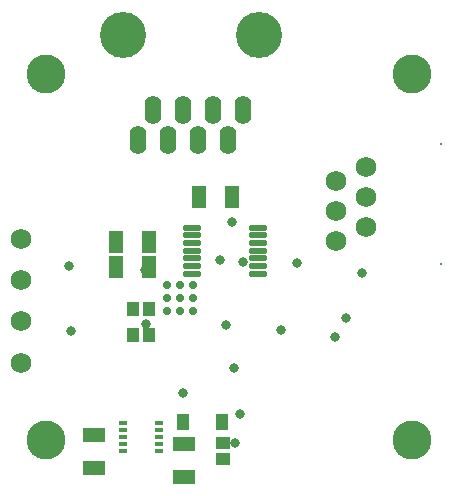
<source format=gbs>
G04 Layer_Color=8150272*
%FSLAX24Y24*%
%MOIN*%
G70*
G01*
G75*
%ADD54R,0.0415X0.0454*%
%ADD66C,0.1537*%
%ADD67O,0.0552X0.0946*%
%ADD68C,0.0080*%
%ADD69C,0.0680*%
%ADD70C,0.0320*%
%ADD71C,0.1300*%
%ADD73C,0.0277*%
%ADD74R,0.0474X0.0749*%
%ADD75R,0.0749X0.0474*%
%ADD76R,0.0438X0.0560*%
%ADD77R,0.0454X0.0415*%
G04:AMPARAMS|DCode=78|XSize=29.5mil|YSize=15.7mil|CornerRadius=4.9mil|HoleSize=0mil|Usage=FLASHONLY|Rotation=0.000|XOffset=0mil|YOffset=0mil|HoleType=Round|Shape=RoundedRectangle|*
%AMROUNDEDRECTD78*
21,1,0.0295,0.0059,0,0,0.0*
21,1,0.0197,0.0157,0,0,0.0*
1,1,0.0098,0.0098,-0.0030*
1,1,0.0098,-0.0098,-0.0030*
1,1,0.0098,-0.0098,0.0030*
1,1,0.0098,0.0098,0.0030*
%
%ADD78ROUNDEDRECTD78*%
%ADD79O,0.0631X0.0218*%
D54*
X14980Y16437D02*
D03*
X15512D02*
D03*
X14980Y15561D02*
D03*
X15512D02*
D03*
D66*
X19163Y25573D02*
D03*
X14636D02*
D03*
D67*
X17650Y23073D02*
D03*
X18650D02*
D03*
X16650D02*
D03*
X15650D02*
D03*
X16150Y22073D02*
D03*
X15150D02*
D03*
X17150D02*
D03*
X18150D02*
D03*
D68*
X25246Y21941D02*
D03*
Y17941D02*
D03*
D69*
X21746Y20693D02*
D03*
X22746Y21189D02*
D03*
X21746Y19693D02*
D03*
X22746Y20189D02*
D03*
X21746Y18693D02*
D03*
X22746Y19189D02*
D03*
X11240Y18780D02*
D03*
Y17402D02*
D03*
Y16024D02*
D03*
Y14646D02*
D03*
D70*
X15394Y15935D02*
D03*
X15374Y17726D02*
D03*
X18543Y12943D02*
D03*
X16634Y13652D02*
D03*
X18386Y11959D02*
D03*
X12835Y17874D02*
D03*
X12894Y15718D02*
D03*
X18642Y17992D02*
D03*
X18268Y19331D02*
D03*
X22077Y16142D02*
D03*
X21713Y15492D02*
D03*
X19902Y15728D02*
D03*
X18346Y14488D02*
D03*
X22598Y17648D02*
D03*
X20443Y17972D02*
D03*
X18061Y15915D02*
D03*
X17864Y18081D02*
D03*
D71*
X24272Y24272D02*
D03*
X12067D02*
D03*
X24272Y12067D02*
D03*
X12067D02*
D03*
D73*
X16093Y16378D02*
D03*
Y16811D02*
D03*
Y17244D02*
D03*
X16526Y16378D02*
D03*
Y16811D02*
D03*
Y17244D02*
D03*
X16959Y16378D02*
D03*
Y16811D02*
D03*
Y17244D02*
D03*
D74*
X17166Y20177D02*
D03*
X18257D02*
D03*
X14420Y18681D02*
D03*
X15511D02*
D03*
X14420Y17854D02*
D03*
X15511D02*
D03*
D75*
X13681Y11143D02*
D03*
Y12233D02*
D03*
X16663Y10837D02*
D03*
Y11928D02*
D03*
D76*
X17939Y12657D02*
D03*
X16648D02*
D03*
D77*
X17963Y11978D02*
D03*
Y11447D02*
D03*
D78*
X14636Y11693D02*
D03*
Y11929D02*
D03*
Y12165D02*
D03*
Y12402D02*
D03*
Y12638D02*
D03*
X15837D02*
D03*
Y12402D02*
D03*
Y12165D02*
D03*
Y11929D02*
D03*
Y11693D02*
D03*
D79*
X16939Y17618D02*
D03*
Y17874D02*
D03*
Y18130D02*
D03*
Y18386D02*
D03*
Y18642D02*
D03*
Y18898D02*
D03*
Y19154D02*
D03*
X19144Y17618D02*
D03*
Y17874D02*
D03*
Y18130D02*
D03*
Y18386D02*
D03*
Y18642D02*
D03*
Y18898D02*
D03*
Y19154D02*
D03*
M02*

</source>
